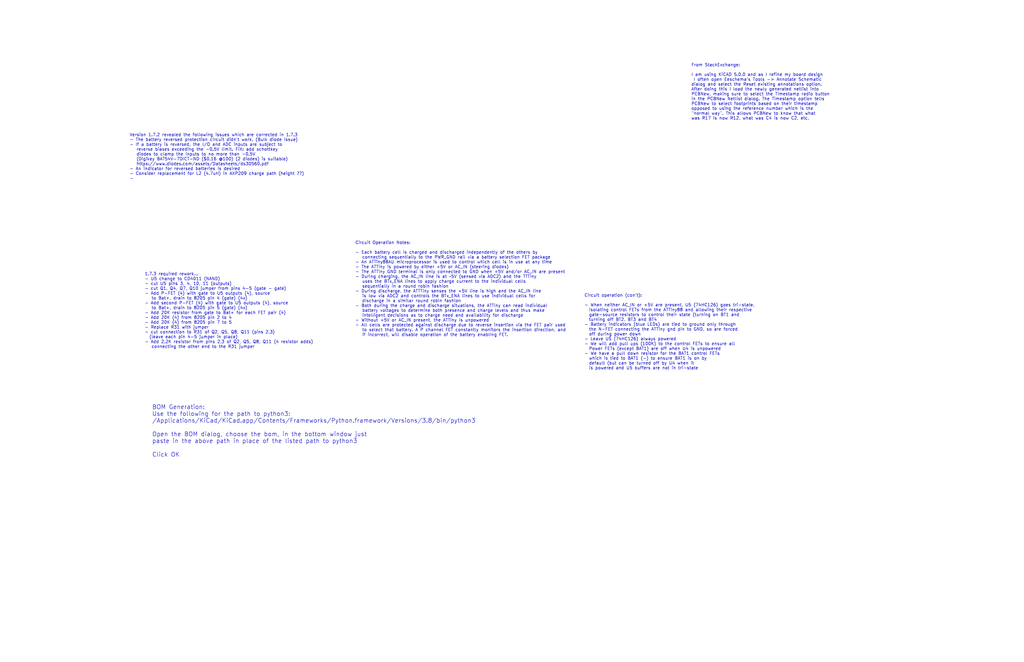
<source format=kicad_sch>
(kicad_sch (version 20210621) (generator eeschema)
  (paper "B")
  (title_block (title "ConnectBox CM4 Battery Board - 4 Batteries") (date "2022-01-05") (rev "1.7.4") (comment 1 "JRA"))
  (lib_symbols)
  (text "Version 1.7.2 revealed the following issues which are corrected in 1.7.3\n- The battery reversed protection circuit didn't work. (Bulk diode issue)\n- If a battery is reversed, the I/O and ADC inputs are subject to \n   reverse biases exceeding the -0.5V limit. FIX: add schottkey\n   diodes to clamp the inputs to no more than -0.5V\n   (Digikey BAT54V-7DICT-ND ($0.16 @100) (2 diodes) is suitable)\n   https://www.diodes.com/assets/Datasheets/ds30560.pdf\n- An indicator for reversed batteries is desired\n- Consider replacement for L2 (4.7uH) in AXP209 charge path (height ??)\n- " (at 54.61 76.2 0) (effects (font (size 1.27 1.27)) (justify left bottom)))
  (text "1.7.3 required rework...\n- U5 change to CD4011 (NAND)\n- cut U5 pins 3, 4, 10, 11 (outputs)\n- cut Q1, Q4, Q7, Q10 jumper from pins 4-5 (gate - gate)\n- Add P-FET (4) with gate to U5 outputs (4), source\n   to Bat+, drain to 8205 pin 4 (gate) (4x)\n- Add second P-FET (4) with gate to U5 outputs (4), source \n   to Bat+, drain to 8205 pin 5 (gate) (4x)\n- Add 20K resistor from gate to Bat+ for each FET pair (4)\n- Add 20K (4) from 8205 pin 2 to 4\n- Add 20K (4) from 8205 pin 7 to 5\n- Replace R31 with jumper\n- cut connection to R31 of Q2, Q5, Q8, Q11 (pins 2,3)\n  (leave each pin 4-5 jumper in place)\n- Add 2.2K resistor from pins 2,3 of Q2, Q5, Q8, Q11 (4 resistor adds)\n   connecting the other end to the R31 jumper\n\n" (at 60.96 149.225 0) (effects (font (size 1.27 1.27)) (justify left bottom)))
  (text "BOM Generation:\nUse the following for the path to python3:\n/Applications/KiCad/KiCad.app/Contents/Frameworks/Python.framework/Versions/3.8/bin/python3\n\nOpen the BOM dialog, choose the bom, in the bottom window just \npaste in the above path in place of the listed path to python3\n\nClick OK " (at 64.135 193.04 0) (effects (font (size 1.778 1.778)) (justify left bottom)))
  (text "Circuit Operation Notes:\n\n- Each battery cell is charged and discharged independently of the others by \n   connecting sequentially to the PWR_GND rail via a battery selection FET package\n- An ATTiny88AU microprocessor is used to control which cell is in use at any time\n- The ATTiny is powered by either +5V or AC_IN (steering diodes)\n- The ATTiny GND terminal is only connected to GND when +5V and/or AC_IN are present\n- During charging, the AC_IN line is at ~5V (sensed via ADC2) and the TTTiny \n   uses the BTx_ENA lines to apply charge current to the individual cells\n   sequentially in a round robin fashion\n- During discharge, the ATTTiny senses the +5V line is high and the AC_IN line \n   is low via ADC2 and controls the BTx_ENA lines to use individual cells for \n   discharge in a similar round robin fashion\n- Both during the charge and discharge situations, the ATTiny can read individual \n   battery voltages to determine both presence and charge levels and thus make \n   intelligent decisions as to charge need and availability for discharge\n- Without +5V or AC_IN present, the ATTiny is unpowered\n- All cells are protected against discharge due to reverse insertion via the FET pair used\n   to select that battery. A P channel FET constantly monitors the insertion direction, and \n   if incorrect, will disable operation of the battery enabling FET.\n" (at 149.7668 142.1569 0) (effects (font (size 1.27 1.27)) (justify left bottom)))
  (text "Circuit operation (con't):\n\n- When neither AC_IN or +5V are present, U5 (74HC126) goes tri-state, \n  isolating control FETs from the ATTiny88 and allowing their respective\n  gate-source resistors to control their state (turning on BT1 and \n  turning off BT2, BT3 and BT4\n- Battery indicators (blue LEDs) are tied to ground only through\n  the N-FET connecting the ATTiny gnd pin to GND, so are forced\n  off during power down\n- Leave U5 (74HC126) always powered \n- We will add pull ups (100K) to the control FETs to ensure all \n  Power FETs (except BAT1) are off when U4 is unpowered\n- We have a pull down resistor for the BAT1 control FETs\n  which is tied to BAT1 (-) to ensure BAT1 is on by\n  default (but can be turned off by U4 when it\n  is powered and U5 buffers are not in tri-state" (at 246.38 156.21 0) (effects (font (size 1.27 1.27)) (justify left bottom)))
  (text "From StackExchange:\n\nI am using KiCAD 5.0.0 and as I refine my board design\n I often open Eeschema's Tools -> Annotate Schematic \ndialog and select the Reset existing annotations option. \nAfter doing this I load the newly generated netlist into \nPCBNew, making sure to select the Timestamp radio button \nin the PCBNew Netlist dialog. The Timestamp option tells \nPCBNew to select footprints based on their timestamp \nopposed to using the reference number which is the \n\"normal way\". This allows PCBNew to know that what \nwas R17 is now R12, what was C4 is now C2, etc." (at 291.465 50.8 0) (effects (font (size 1.27 1.27)) (justify left bottom)))
)
</source>
